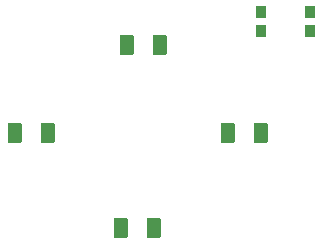
<source format=gbr>
%TF.GenerationSoftware,KiCad,Pcbnew,9.0.7*%
%TF.CreationDate,2026-02-06T18:51:04+01:00*%
%TF.ProjectId,llavero_led,6c6c6176-6572-46f5-9f6c-65642e6b6963,rev?*%
%TF.SameCoordinates,Original*%
%TF.FileFunction,Paste,Top*%
%TF.FilePolarity,Positive*%
%FSLAX46Y46*%
G04 Gerber Fmt 4.6, Leading zero omitted, Abs format (unit mm)*
G04 Created by KiCad (PCBNEW 9.0.7) date 2026-02-06 18:51:04*
%MOMM*%
%LPD*%
G01*
G04 APERTURE LIST*
G04 Aperture macros list*
%AMRoundRect*
0 Rectangle with rounded corners*
0 $1 Rounding radius*
0 $2 $3 $4 $5 $6 $7 $8 $9 X,Y pos of 4 corners*
0 Add a 4 corners polygon primitive as box body*
4,1,4,$2,$3,$4,$5,$6,$7,$8,$9,$2,$3,0*
0 Add four circle primitives for the rounded corners*
1,1,$1+$1,$2,$3*
1,1,$1+$1,$4,$5*
1,1,$1+$1,$6,$7*
1,1,$1+$1,$8,$9*
0 Add four rect primitives between the rounded corners*
20,1,$1+$1,$2,$3,$4,$5,0*
20,1,$1+$1,$4,$5,$6,$7,0*
20,1,$1+$1,$6,$7,$8,$9,0*
20,1,$1+$1,$8,$9,$2,$3,0*%
G04 Aperture macros list end*
%ADD10RoundRect,0.250000X-0.375000X-0.625000X0.375000X-0.625000X0.375000X0.625000X-0.375000X0.625000X0*%
%ADD11R,0.900000X1.000000*%
G04 APERTURE END LIST*
D10*
%TO.C,D4*%
X153100000Y-106000000D03*
X155900000Y-106000000D03*
%TD*%
%TO.C,D3*%
X144100000Y-114000000D03*
X146900000Y-114000000D03*
%TD*%
%TO.C,D2*%
X135100000Y-106000000D03*
X137900000Y-106000000D03*
%TD*%
D11*
%TO.C,SW1*%
X155950000Y-95700000D03*
X160050000Y-95700000D03*
X155950000Y-97300000D03*
X160050000Y-97300000D03*
%TD*%
D10*
%TO.C,D1*%
X144600000Y-98500000D03*
X147400000Y-98500000D03*
%TD*%
M02*

</source>
